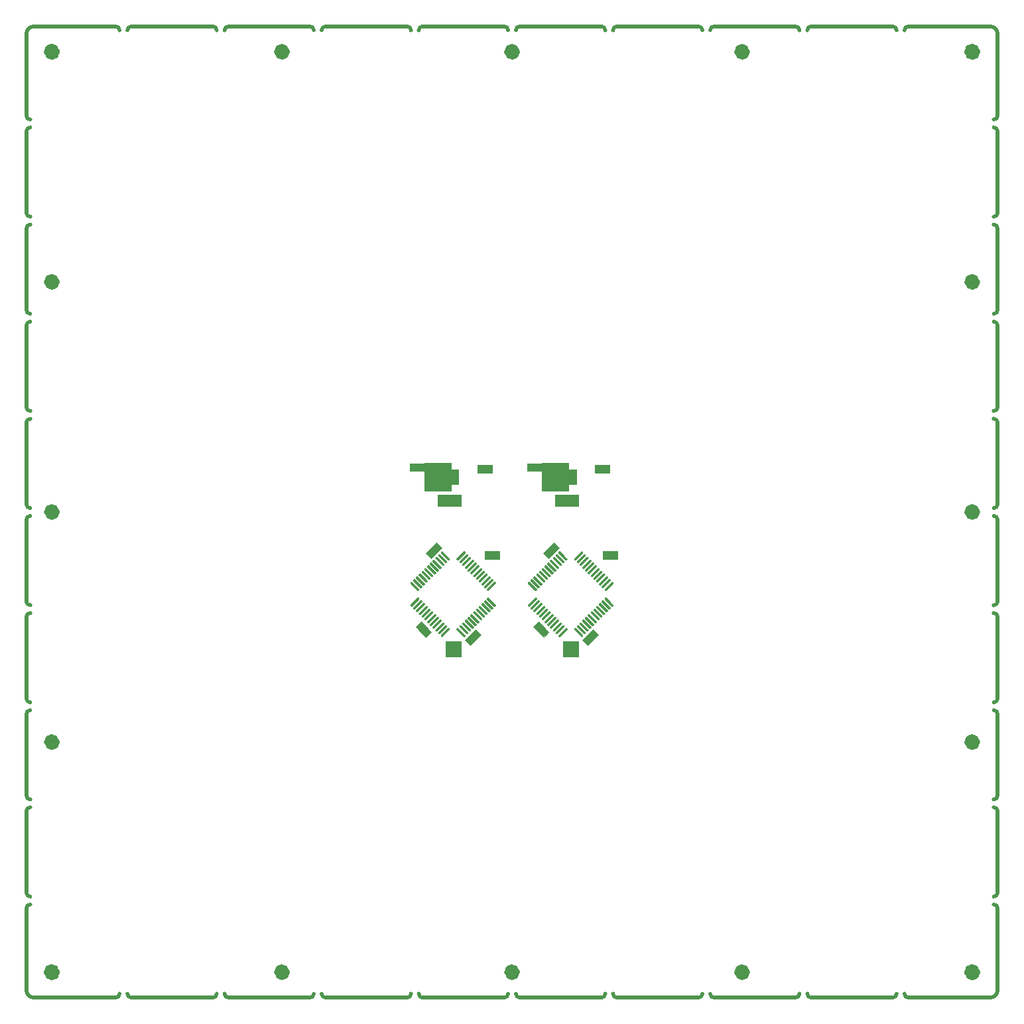
<source format=gbr>
G04 #@! TF.GenerationSoftware,KiCad,Pcbnew,5.1.7*
G04 #@! TF.CreationDate,2020-11-05T18:59:26+01:00*
G04 #@! TF.ProjectId,stencil,7374656e-6369-46c2-9e6b-696361645f70,rev?*
G04 #@! TF.SameCoordinates,Original*
G04 #@! TF.FileFunction,Paste,Bot*
G04 #@! TF.FilePolarity,Positive*
%FSLAX46Y46*%
G04 Gerber Fmt 4.6, Leading zero omitted, Abs format (unit mm)*
G04 Created by KiCad (PCBNEW 5.1.7) date 2020-11-05 18:59:26*
%MOMM*%
%LPD*%
G01*
G04 APERTURE LIST*
%ADD10C,0.100000*%
%ADD11C,1.050000*%
%ADD12C,1.000000*%
%ADD13C,0.500000*%
%ADD14R,0.900000X0.800000*%
%ADD15R,0.600000X0.400000*%
G04 APERTURE END LIST*
D10*
G36*
X57000000Y-87000000D02*
G01*
X55000000Y-87000000D01*
X55000000Y-85000000D01*
X57000000Y-85000000D01*
X57000000Y-87000000D01*
G37*
X57000000Y-87000000D02*
X55000000Y-87000000D01*
X55000000Y-85000000D01*
X57000000Y-85000000D01*
X57000000Y-87000000D01*
G36*
X61930000Y-74470000D02*
G01*
X60070000Y-74470000D01*
X60070000Y-73530000D01*
X61930000Y-73530000D01*
X61930000Y-74470000D01*
G37*
X61930000Y-74470000D02*
X60070000Y-74470000D01*
X60070000Y-73530000D01*
X61930000Y-73530000D01*
X61930000Y-74470000D01*
G36*
X52330000Y-63270000D02*
G01*
X50470000Y-63270000D01*
X50470000Y-62330000D01*
X52330000Y-62330000D01*
X52330000Y-63270000D01*
G37*
X52330000Y-63270000D02*
X50470000Y-63270000D01*
X50470000Y-62330000D01*
X52330000Y-62330000D01*
X52330000Y-63270000D01*
G36*
X55700000Y-65750000D02*
G01*
X52300000Y-65750000D01*
X52300000Y-62250000D01*
X55700000Y-62250000D01*
X55700000Y-65750000D01*
G37*
X55700000Y-65750000D02*
X52300000Y-65750000D01*
X52300000Y-62250000D01*
X55700000Y-62250000D01*
X55700000Y-65750000D01*
G36*
X60930000Y-63470000D02*
G01*
X59070000Y-63470000D01*
X59070000Y-62530000D01*
X60930000Y-62530000D01*
X60930000Y-63470000D01*
G37*
X60930000Y-63470000D02*
X59070000Y-63470000D01*
X59070000Y-62530000D01*
X60930000Y-62530000D01*
X60930000Y-63470000D01*
G36*
X56670000Y-64930000D02*
G01*
X55730000Y-64930000D01*
X55730000Y-63070000D01*
X56670000Y-63070000D01*
X56670000Y-64930000D01*
G37*
X56670000Y-64930000D02*
X55730000Y-64930000D01*
X55730000Y-63070000D01*
X56670000Y-63070000D01*
X56670000Y-64930000D01*
G36*
X59490000Y-84174700D02*
G01*
X58174700Y-85490000D01*
X57510100Y-84825300D01*
X58825300Y-83510100D01*
X59490000Y-84174700D01*
G37*
X59490000Y-84174700D02*
X58174700Y-85490000D01*
X57510100Y-84825300D01*
X58825300Y-83510100D01*
X59490000Y-84174700D01*
G36*
X54490000Y-73074700D02*
G01*
X53174700Y-74390000D01*
X52510100Y-73725300D01*
X53825300Y-72410100D01*
X54490000Y-73074700D01*
G37*
X54490000Y-73074700D02*
X53174700Y-74390000D01*
X52510100Y-73725300D01*
X53825300Y-72410100D01*
X54490000Y-73074700D01*
G36*
X53190000Y-83825300D02*
G01*
X52525300Y-84490000D01*
X51210100Y-83174700D01*
X51874700Y-82510100D01*
X53190000Y-83825300D01*
G37*
X53190000Y-83825300D02*
X52525300Y-84490000D01*
X51210100Y-83174700D01*
X51874700Y-82510100D01*
X53190000Y-83825300D01*
G36*
X56980000Y-67730000D02*
G01*
X54020000Y-67730000D01*
X54020000Y-66270000D01*
X56980000Y-66270000D01*
X56980000Y-67730000D01*
G37*
X56980000Y-67730000D02*
X54020000Y-67730000D01*
X54020000Y-66270000D01*
X56980000Y-66270000D01*
X56980000Y-67730000D01*
G36*
X72000000Y-87000000D02*
G01*
X70000000Y-87000000D01*
X70000000Y-85000000D01*
X72000000Y-85000000D01*
X72000000Y-87000000D01*
G37*
X72000000Y-87000000D02*
X70000000Y-87000000D01*
X70000000Y-85000000D01*
X72000000Y-85000000D01*
X72000000Y-87000000D01*
G36*
X76930000Y-74470000D02*
G01*
X75070000Y-74470000D01*
X75070000Y-73530000D01*
X76930000Y-73530000D01*
X76930000Y-74470000D01*
G37*
X76930000Y-74470000D02*
X75070000Y-74470000D01*
X75070000Y-73530000D01*
X76930000Y-73530000D01*
X76930000Y-74470000D01*
G36*
X67330000Y-63270000D02*
G01*
X65470000Y-63270000D01*
X65470000Y-62330000D01*
X67330000Y-62330000D01*
X67330000Y-63270000D01*
G37*
X67330000Y-63270000D02*
X65470000Y-63270000D01*
X65470000Y-62330000D01*
X67330000Y-62330000D01*
X67330000Y-63270000D01*
G36*
X70700000Y-65750000D02*
G01*
X67300000Y-65750000D01*
X67300000Y-62250000D01*
X70700000Y-62250000D01*
X70700000Y-65750000D01*
G37*
X70700000Y-65750000D02*
X67300000Y-65750000D01*
X67300000Y-62250000D01*
X70700000Y-62250000D01*
X70700000Y-65750000D01*
G36*
X75930000Y-63470000D02*
G01*
X74070000Y-63470000D01*
X74070000Y-62530000D01*
X75930000Y-62530000D01*
X75930000Y-63470000D01*
G37*
X75930000Y-63470000D02*
X74070000Y-63470000D01*
X74070000Y-62530000D01*
X75930000Y-62530000D01*
X75930000Y-63470000D01*
G36*
X71670000Y-64930000D02*
G01*
X70730000Y-64930000D01*
X70730000Y-63070000D01*
X71670000Y-63070000D01*
X71670000Y-64930000D01*
G37*
X71670000Y-64930000D02*
X70730000Y-64930000D01*
X70730000Y-63070000D01*
X71670000Y-63070000D01*
X71670000Y-64930000D01*
G36*
X74490000Y-84174700D02*
G01*
X73174700Y-85490000D01*
X72510100Y-84825300D01*
X73825300Y-83510100D01*
X74490000Y-84174700D01*
G37*
X74490000Y-84174700D02*
X73174700Y-85490000D01*
X72510100Y-84825300D01*
X73825300Y-83510100D01*
X74490000Y-84174700D01*
G36*
X69490000Y-73074700D02*
G01*
X68174700Y-74390000D01*
X67510100Y-73725300D01*
X68825300Y-72410100D01*
X69490000Y-73074700D01*
G37*
X69490000Y-73074700D02*
X68174700Y-74390000D01*
X67510100Y-73725300D01*
X68825300Y-72410100D01*
X69490000Y-73074700D01*
G36*
X68190000Y-83825300D02*
G01*
X67525300Y-84490000D01*
X66210100Y-83174700D01*
X66874700Y-82510100D01*
X68190000Y-83825300D01*
G37*
X68190000Y-83825300D02*
X67525300Y-84490000D01*
X66210100Y-83174700D01*
X66874700Y-82510100D01*
X68190000Y-83825300D01*
G36*
X71980000Y-67730000D02*
G01*
X69020000Y-67730000D01*
X69020000Y-66270000D01*
X71980000Y-66270000D01*
X71980000Y-67730000D01*
G37*
X71980000Y-67730000D02*
X69020000Y-67730000D01*
X69020000Y-66270000D01*
X71980000Y-66270000D01*
X71980000Y-67730000D01*
D11*
X5275109Y-127250031D02*
G75*
G03*
X5275109Y-127250031I-525000J0D01*
G01*
X122775109Y-127250031D02*
G75*
G03*
X122775109Y-127250031I-525000J0D01*
G01*
X122775109Y-9750031D02*
G75*
G03*
X122775109Y-9750031I-525000J0D01*
G01*
X5275109Y-9750031D02*
G75*
G03*
X5275109Y-9750031I-525000J0D01*
G01*
D12*
X122750109Y-97875031D02*
G75*
G03*
X122750109Y-97875031I-500000J0D01*
G01*
X5250109Y-97875031D02*
G75*
G03*
X5250109Y-97875031I-500000J0D01*
G01*
X122750109Y-68500031D02*
G75*
G03*
X122750109Y-68500031I-500000J0D01*
G01*
X5250109Y-68500031D02*
G75*
G03*
X5250109Y-68500031I-500000J0D01*
G01*
X122750109Y-39125031D02*
G75*
G03*
X122750109Y-39125031I-500000J0D01*
G01*
X5250109Y-39125031D02*
G75*
G03*
X5250109Y-39125031I-500000J0D01*
G01*
X93375109Y-127250031D02*
G75*
G03*
X93375109Y-127250031I-500000J0D01*
G01*
X93375109Y-9750031D02*
G75*
G03*
X93375109Y-9750031I-500000J0D01*
G01*
X64000109Y-127250031D02*
G75*
G03*
X64000109Y-127250031I-500000J0D01*
G01*
X64000109Y-9750031D02*
G75*
G03*
X64000109Y-9750031I-500000J0D01*
G01*
X34625109Y-127250031D02*
G75*
G03*
X34625109Y-127250031I-500000J0D01*
G01*
X34625109Y-9750031D02*
G75*
G03*
X34625109Y-9750031I-500000J0D01*
G01*
D13*
X125000109Y-118600031D02*
G75*
G02*
X125500109Y-119100031I0J-500000D01*
G01*
X125500109Y-119100031D02*
X125500109Y-129500031D01*
X2000109Y-118600031D02*
G75*
G03*
X1500109Y-119100031I0J-500000D01*
G01*
X1500109Y-119100031D02*
X1500109Y-129500031D01*
X125000109Y-117600031D02*
G75*
G03*
X125500109Y-117100031I0J500000D01*
G01*
X125000109Y-106200031D02*
G75*
G02*
X125500109Y-106700031I0J-500000D01*
G01*
X125500109Y-106700031D02*
X125500109Y-117100031D01*
X2000109Y-117600031D02*
G75*
G02*
X1500109Y-117100031I0J500000D01*
G01*
X2000109Y-106200031D02*
G75*
G03*
X1500109Y-106700031I0J-500000D01*
G01*
X1500109Y-106700031D02*
X1500109Y-117100031D01*
X125000109Y-105200031D02*
G75*
G03*
X125500109Y-104700031I0J500000D01*
G01*
X125000109Y-93800031D02*
G75*
G02*
X125500109Y-94300031I0J-500000D01*
G01*
X125500109Y-94300031D02*
X125500109Y-104700031D01*
X2000109Y-105200031D02*
G75*
G02*
X1500109Y-104700031I0J500000D01*
G01*
X2000109Y-93800031D02*
G75*
G03*
X1500109Y-94300031I0J-500000D01*
G01*
X1500109Y-94300031D02*
X1500109Y-104700031D01*
X125000109Y-92800031D02*
G75*
G03*
X125500109Y-92300031I0J500000D01*
G01*
X125000109Y-81400031D02*
G75*
G02*
X125500109Y-81900031I0J-500000D01*
G01*
X125500109Y-81900031D02*
X125500109Y-92300031D01*
X2000109Y-92800031D02*
G75*
G02*
X1500109Y-92300031I0J500000D01*
G01*
X2000109Y-81400031D02*
G75*
G03*
X1500109Y-81900031I0J-500000D01*
G01*
X1500109Y-81900031D02*
X1500109Y-92300031D01*
X125000109Y-80400031D02*
G75*
G03*
X125500109Y-79900031I0J500000D01*
G01*
X125000109Y-69000031D02*
G75*
G02*
X125500109Y-69500031I0J-500000D01*
G01*
X125500109Y-69500031D02*
X125500109Y-79900031D01*
X2000109Y-80400031D02*
G75*
G02*
X1500109Y-79900031I0J500000D01*
G01*
X2000109Y-69000031D02*
G75*
G03*
X1500109Y-69500031I0J-500000D01*
G01*
X1500109Y-69500031D02*
X1500109Y-79900031D01*
X125000109Y-68000031D02*
G75*
G03*
X125500109Y-67500031I0J500000D01*
G01*
X125000109Y-56600031D02*
G75*
G02*
X125500109Y-57100031I0J-500000D01*
G01*
X125500109Y-57100031D02*
X125500109Y-67500031D01*
X2000109Y-68000031D02*
G75*
G02*
X1500109Y-67500031I0J500000D01*
G01*
X2000109Y-56600031D02*
G75*
G03*
X1500109Y-57100031I0J-500000D01*
G01*
X1500109Y-57100031D02*
X1500109Y-67500031D01*
X125000109Y-55600031D02*
G75*
G03*
X125500109Y-55100031I0J500000D01*
G01*
X125000109Y-44200031D02*
G75*
G02*
X125500109Y-44700031I0J-500000D01*
G01*
X125500109Y-44700031D02*
X125500109Y-55100031D01*
X2000109Y-55600031D02*
G75*
G02*
X1500109Y-55100031I0J500000D01*
G01*
X2000109Y-44200031D02*
G75*
G03*
X1500109Y-44700031I0J-500000D01*
G01*
X1500109Y-44700031D02*
X1500109Y-55100031D01*
X125000109Y-43200031D02*
G75*
G03*
X125500109Y-42700031I0J500000D01*
G01*
X125000109Y-31800031D02*
G75*
G02*
X125500109Y-32300031I0J-500000D01*
G01*
X125500109Y-32300031D02*
X125500109Y-42700031D01*
X2000109Y-43200031D02*
G75*
G02*
X1500109Y-42700031I0J500000D01*
G01*
X2000109Y-31800031D02*
G75*
G03*
X1500109Y-32300031I0J-500000D01*
G01*
X1500109Y-32300031D02*
X1500109Y-42700031D01*
X125000109Y-30800031D02*
G75*
G03*
X125500109Y-30300031I0J500000D01*
G01*
X125000109Y-19400031D02*
G75*
G02*
X125500109Y-19900031I0J-500000D01*
G01*
X125500109Y-19900031D02*
X125500109Y-30300031D01*
X2000109Y-30800031D02*
G75*
G02*
X1500109Y-30300031I0J500000D01*
G01*
X2000109Y-19400031D02*
G75*
G03*
X1500109Y-19900031I0J-500000D01*
G01*
X1500109Y-19900031D02*
X1500109Y-30300031D01*
X125000109Y-18400031D02*
G75*
G03*
X125500109Y-17900031I0J500000D01*
G01*
X125500109Y-7500031D02*
X125500109Y-17900031D01*
X2000109Y-18400031D02*
G75*
G02*
X1500109Y-17900031I0J500000D01*
G01*
X1500109Y-7500031D02*
X1500109Y-17900031D01*
X113600109Y-130000031D02*
G75*
G03*
X114100109Y-130500031I500000J0D01*
G01*
X114100109Y-130500031D02*
X124500109Y-130500031D01*
X113600109Y-7000031D02*
G75*
G02*
X114100109Y-6500031I500000J0D01*
G01*
X114100109Y-6500031D02*
X124500109Y-6500031D01*
X112600109Y-130000031D02*
G75*
G02*
X112100109Y-130500031I-500000J0D01*
G01*
X101200109Y-130000031D02*
G75*
G03*
X101700109Y-130500031I500000J0D01*
G01*
X101700109Y-130500031D02*
X112100109Y-130500031D01*
X112600109Y-7000031D02*
G75*
G03*
X112100109Y-6500031I-500000J0D01*
G01*
X101200109Y-7000031D02*
G75*
G02*
X101700109Y-6500031I500000J0D01*
G01*
X101700109Y-6500031D02*
X112100109Y-6500031D01*
X100200109Y-130000031D02*
G75*
G02*
X99700109Y-130500031I-500000J0D01*
G01*
X88800109Y-130000031D02*
G75*
G03*
X89300109Y-130500031I500000J0D01*
G01*
X89300109Y-130500031D02*
X99700109Y-130500031D01*
X100200109Y-7000031D02*
G75*
G03*
X99700109Y-6500031I-500000J0D01*
G01*
X88800109Y-7000031D02*
G75*
G02*
X89300109Y-6500031I500000J0D01*
G01*
X89300109Y-6500031D02*
X99700109Y-6500031D01*
X87800109Y-130000031D02*
G75*
G02*
X87300109Y-130500031I-500000J0D01*
G01*
X76400109Y-130000031D02*
G75*
G03*
X76900109Y-130500031I500000J0D01*
G01*
X76900109Y-130500031D02*
X87300109Y-130500031D01*
X87800109Y-7000031D02*
G75*
G03*
X87300109Y-6500031I-500000J0D01*
G01*
X76400109Y-7000031D02*
G75*
G02*
X76900109Y-6500031I500000J0D01*
G01*
X76900109Y-6500031D02*
X87300109Y-6500031D01*
X75400109Y-130000031D02*
G75*
G02*
X74900109Y-130500031I-500000J0D01*
G01*
X64000109Y-130000031D02*
G75*
G03*
X64500109Y-130500031I500000J0D01*
G01*
X64500109Y-130500031D02*
X74900109Y-130500031D01*
X75400109Y-7000031D02*
G75*
G03*
X74900109Y-6500031I-500000J0D01*
G01*
X64000109Y-7000031D02*
G75*
G02*
X64500109Y-6500031I500000J0D01*
G01*
X64500109Y-6500031D02*
X74900109Y-6500031D01*
X63000109Y-130000031D02*
G75*
G02*
X62500109Y-130500031I-500000J0D01*
G01*
X51600109Y-130000031D02*
G75*
G03*
X52100109Y-130500031I500000J0D01*
G01*
X52100109Y-130500031D02*
X62500109Y-130500031D01*
X63000109Y-7000031D02*
G75*
G03*
X62500109Y-6500031I-500000J0D01*
G01*
X51600109Y-7000031D02*
G75*
G02*
X52100109Y-6500031I500000J0D01*
G01*
X52100109Y-6500031D02*
X62500109Y-6500031D01*
X50600109Y-130000031D02*
G75*
G02*
X50100109Y-130500031I-500000J0D01*
G01*
X39200109Y-130000031D02*
G75*
G03*
X39700109Y-130500031I500000J0D01*
G01*
X39700109Y-130500031D02*
X50100109Y-130500031D01*
X50600109Y-7000031D02*
G75*
G03*
X50100109Y-6500031I-500000J0D01*
G01*
X39200109Y-7000031D02*
G75*
G02*
X39700109Y-6500031I500000J0D01*
G01*
X39700109Y-6500031D02*
X50100109Y-6500031D01*
X38200109Y-130000031D02*
G75*
G02*
X37700109Y-130500031I-500000J0D01*
G01*
X26800109Y-130000031D02*
G75*
G03*
X27300109Y-130500031I500000J0D01*
G01*
X27300109Y-130500031D02*
X37700109Y-130500031D01*
X38200109Y-7000031D02*
G75*
G03*
X37700109Y-6500031I-500000J0D01*
G01*
X26800109Y-7000031D02*
G75*
G02*
X27300109Y-6500031I500000J0D01*
G01*
X27300109Y-6500031D02*
X37700109Y-6500031D01*
X25800109Y-130000031D02*
G75*
G02*
X25300109Y-130500031I-500000J0D01*
G01*
X14400109Y-130000031D02*
G75*
G03*
X14900109Y-130500031I500000J0D01*
G01*
X14900109Y-130500031D02*
X25300109Y-130500031D01*
X25800109Y-7000031D02*
G75*
G03*
X25300109Y-6500031I-500000J0D01*
G01*
X14400109Y-7000031D02*
G75*
G02*
X14900109Y-6500031I500000J0D01*
G01*
X14900109Y-6500031D02*
X25300109Y-6500031D01*
X13400109Y-130000031D02*
G75*
G02*
X12900109Y-130500031I-500000J0D01*
G01*
X2500109Y-130500031D02*
X12900109Y-130500031D01*
X13400109Y-7000031D02*
G75*
G03*
X12900109Y-6500031I-500000J0D01*
G01*
X2500109Y-6500031D02*
X12900109Y-6500031D01*
X2500109Y-130500031D02*
G75*
G02*
X1500109Y-129500031I0J1000000D01*
G01*
X125500109Y-129500031D02*
G75*
G02*
X124500109Y-130500031I-1000000J0D01*
G01*
X124500109Y-6500031D02*
G75*
G02*
X125500109Y-7500031I0J-1000000D01*
G01*
X1500109Y-7500031D02*
G75*
G02*
X2500109Y-6500031I1000000J0D01*
G01*
G04 #@! TO.C,C1*
G36*
G01*
X69275018Y-67256251D02*
X69275018Y-66743751D01*
G75*
G02*
X69493768Y-66525001I218750J0D01*
G01*
X69931268Y-66525001D01*
G75*
G02*
X70150018Y-66743751I0J-218750D01*
G01*
X70150018Y-67256251D01*
G75*
G02*
X69931268Y-67475001I-218750J0D01*
G01*
X69493768Y-67475001D01*
G75*
G02*
X69275018Y-67256251I0J218750D01*
G01*
G37*
G36*
G01*
X70850018Y-67256251D02*
X70850018Y-66743751D01*
G75*
G02*
X71068768Y-66525001I218750J0D01*
G01*
X71506268Y-66525001D01*
G75*
G02*
X71725018Y-66743751I0J-218750D01*
G01*
X71725018Y-67256251D01*
G75*
G02*
X71506268Y-67475001I-218750J0D01*
G01*
X71068768Y-67475001D01*
G75*
G02*
X70850018Y-67256251I0J218750D01*
G01*
G37*
G04 #@! TD*
G04 #@! TO.C,C2*
G36*
G01*
X66526499Y-83070434D02*
X66770451Y-82826482D01*
G75*
G02*
X66979047Y-82826482I104298J-104298D01*
G01*
X67187643Y-83035078D01*
G75*
G02*
X67187643Y-83243674I-104298J-104298D01*
G01*
X66943691Y-83487626D01*
G75*
G02*
X66735095Y-83487626I-104298J104298D01*
G01*
X66526499Y-83279030D01*
G75*
G02*
X66526499Y-83070434I104298J104298D01*
G01*
G37*
G36*
G01*
X67212393Y-83756328D02*
X67456345Y-83512376D01*
G75*
G02*
X67664941Y-83512376I104298J-104298D01*
G01*
X67873537Y-83720972D01*
G75*
G02*
X67873537Y-83929568I-104298J-104298D01*
G01*
X67629585Y-84173520D01*
G75*
G02*
X67420989Y-84173520I-104298J104298D01*
G01*
X67212393Y-83964924D01*
G75*
G02*
X67212393Y-83756328I104298J104298D01*
G01*
G37*
G04 #@! TD*
G04 #@! TO.C,C3*
G36*
G01*
X68243691Y-73412376D02*
X68487643Y-73656328D01*
G75*
G02*
X68487643Y-73864924I-104298J-104298D01*
G01*
X68279047Y-74073520D01*
G75*
G02*
X68070451Y-74073520I-104298J104298D01*
G01*
X67826499Y-73829568D01*
G75*
G02*
X67826499Y-73620972I104298J104298D01*
G01*
X68035095Y-73412376D01*
G75*
G02*
X68243691Y-73412376I104298J-104298D01*
G01*
G37*
G36*
G01*
X68929585Y-72726482D02*
X69173537Y-72970434D01*
G75*
G02*
X69173537Y-73179030I-104298J-104298D01*
G01*
X68964941Y-73387626D01*
G75*
G02*
X68756345Y-73387626I-104298J104298D01*
G01*
X68512393Y-73143674D01*
G75*
G02*
X68512393Y-72935078I104298J104298D01*
G01*
X68720989Y-72726482D01*
G75*
G02*
X68929585Y-72726482I104298J-104298D01*
G01*
G37*
G04 #@! TD*
G04 #@! TO.C,C5*
G36*
G01*
X73756345Y-84487626D02*
X73512393Y-84243674D01*
G75*
G02*
X73512393Y-84035078I104298J104298D01*
G01*
X73720989Y-83826482D01*
G75*
G02*
X73929585Y-83826482I104298J-104298D01*
G01*
X74173537Y-84070434D01*
G75*
G02*
X74173537Y-84279030I-104298J-104298D01*
G01*
X73964941Y-84487626D01*
G75*
G02*
X73756345Y-84487626I-104298J104298D01*
G01*
G37*
G36*
G01*
X73070451Y-85173520D02*
X72826499Y-84929568D01*
G75*
G02*
X72826499Y-84720972I104298J104298D01*
G01*
X73035095Y-84512376D01*
G75*
G02*
X73243691Y-84512376I104298J-104298D01*
G01*
X73487643Y-84756328D01*
G75*
G02*
X73487643Y-84964924I-104298J-104298D01*
G01*
X73279047Y-85173520D01*
G75*
G02*
X73070451Y-85173520I-104298J104298D01*
G01*
G37*
G04 #@! TD*
G04 #@! TO.C,C7*
G36*
G01*
X71372518Y-63810001D02*
X71027518Y-63810001D01*
G75*
G02*
X70880018Y-63662501I0J147500D01*
G01*
X70880018Y-63367501D01*
G75*
G02*
X71027518Y-63220001I147500J0D01*
G01*
X71372518Y-63220001D01*
G75*
G02*
X71520018Y-63367501I0J-147500D01*
G01*
X71520018Y-63662501D01*
G75*
G02*
X71372518Y-63810001I-147500J0D01*
G01*
G37*
G36*
G01*
X71372518Y-64780001D02*
X71027518Y-64780001D01*
G75*
G02*
X70880018Y-64632501I0J147500D01*
G01*
X70880018Y-64337501D01*
G75*
G02*
X71027518Y-64190001I147500J0D01*
G01*
X71372518Y-64190001D01*
G75*
G02*
X71520018Y-64337501I0J-147500D01*
G01*
X71520018Y-64632501D01*
G75*
G02*
X71372518Y-64780001I-147500J0D01*
G01*
G37*
G04 #@! TD*
G04 #@! TO.C,R1*
G36*
G01*
X74220018Y-63172501D02*
X74220018Y-62827501D01*
G75*
G02*
X74367518Y-62680001I147500J0D01*
G01*
X74662518Y-62680001D01*
G75*
G02*
X74810018Y-62827501I0J-147500D01*
G01*
X74810018Y-63172501D01*
G75*
G02*
X74662518Y-63320001I-147500J0D01*
G01*
X74367518Y-63320001D01*
G75*
G02*
X74220018Y-63172501I0J147500D01*
G01*
G37*
G36*
G01*
X75190018Y-63172501D02*
X75190018Y-62827501D01*
G75*
G02*
X75337518Y-62680001I147500J0D01*
G01*
X75632518Y-62680001D01*
G75*
G02*
X75780018Y-62827501I0J-147500D01*
G01*
X75780018Y-63172501D01*
G75*
G02*
X75632518Y-63320001I-147500J0D01*
G01*
X75337518Y-63320001D01*
G75*
G02*
X75190018Y-63172501I0J147500D01*
G01*
G37*
G04 #@! TD*
D14*
G04 #@! TO.C,U1*
X68000018Y-64000001D03*
X70000018Y-64950001D03*
X70000018Y-63050001D03*
G04 #@! TD*
G04 #@! TO.C,U2*
G36*
G01*
X69532772Y-84462401D02*
X69426706Y-84356335D01*
G75*
G02*
X69426706Y-84250269I53033J53033D01*
G01*
X70363622Y-83313353D01*
G75*
G02*
X70469688Y-83313353I53033J-53033D01*
G01*
X70575754Y-83419419D01*
G75*
G02*
X70575754Y-83525485I-53033J-53033D01*
G01*
X69638838Y-84462401D01*
G75*
G02*
X69532772Y-84462401I-53033J53033D01*
G01*
G37*
G36*
G01*
X69179218Y-84108847D02*
X69073152Y-84002781D01*
G75*
G02*
X69073152Y-83896715I53033J53033D01*
G01*
X70010068Y-82959799D01*
G75*
G02*
X70116134Y-82959799I53033J-53033D01*
G01*
X70222200Y-83065865D01*
G75*
G02*
X70222200Y-83171931I-53033J-53033D01*
G01*
X69285284Y-84108847D01*
G75*
G02*
X69179218Y-84108847I-53033J53033D01*
G01*
G37*
G36*
G01*
X68825665Y-83755294D02*
X68719599Y-83649228D01*
G75*
G02*
X68719599Y-83543162I53033J53033D01*
G01*
X69656515Y-82606246D01*
G75*
G02*
X69762581Y-82606246I53033J-53033D01*
G01*
X69868647Y-82712312D01*
G75*
G02*
X69868647Y-82818378I-53033J-53033D01*
G01*
X68931731Y-83755294D01*
G75*
G02*
X68825665Y-83755294I-53033J53033D01*
G01*
G37*
G36*
G01*
X68472111Y-83401740D02*
X68366045Y-83295674D01*
G75*
G02*
X68366045Y-83189608I53033J53033D01*
G01*
X69302961Y-82252692D01*
G75*
G02*
X69409027Y-82252692I53033J-53033D01*
G01*
X69515093Y-82358758D01*
G75*
G02*
X69515093Y-82464824I-53033J-53033D01*
G01*
X68578177Y-83401740D01*
G75*
G02*
X68472111Y-83401740I-53033J53033D01*
G01*
G37*
G36*
G01*
X68118558Y-83048187D02*
X68012492Y-82942121D01*
G75*
G02*
X68012492Y-82836055I53033J53033D01*
G01*
X68949408Y-81899139D01*
G75*
G02*
X69055474Y-81899139I53033J-53033D01*
G01*
X69161540Y-82005205D01*
G75*
G02*
X69161540Y-82111271I-53033J-53033D01*
G01*
X68224624Y-83048187D01*
G75*
G02*
X68118558Y-83048187I-53033J53033D01*
G01*
G37*
G36*
G01*
X67765005Y-82694634D02*
X67658939Y-82588568D01*
G75*
G02*
X67658939Y-82482502I53033J53033D01*
G01*
X68595855Y-81545586D01*
G75*
G02*
X68701921Y-81545586I53033J-53033D01*
G01*
X68807987Y-81651652D01*
G75*
G02*
X68807987Y-81757718I-53033J-53033D01*
G01*
X67871071Y-82694634D01*
G75*
G02*
X67765005Y-82694634I-53033J53033D01*
G01*
G37*
G36*
G01*
X67411451Y-82341080D02*
X67305385Y-82235014D01*
G75*
G02*
X67305385Y-82128948I53033J53033D01*
G01*
X68242301Y-81192032D01*
G75*
G02*
X68348367Y-81192032I53033J-53033D01*
G01*
X68454433Y-81298098D01*
G75*
G02*
X68454433Y-81404164I-53033J-53033D01*
G01*
X67517517Y-82341080D01*
G75*
G02*
X67411451Y-82341080I-53033J53033D01*
G01*
G37*
G36*
G01*
X67057898Y-81987527D02*
X66951832Y-81881461D01*
G75*
G02*
X66951832Y-81775395I53033J53033D01*
G01*
X67888748Y-80838479D01*
G75*
G02*
X67994814Y-80838479I53033J-53033D01*
G01*
X68100880Y-80944545D01*
G75*
G02*
X68100880Y-81050611I-53033J-53033D01*
G01*
X67163964Y-81987527D01*
G75*
G02*
X67057898Y-81987527I-53033J53033D01*
G01*
G37*
G36*
G01*
X66704345Y-81633974D02*
X66598279Y-81527908D01*
G75*
G02*
X66598279Y-81421842I53033J53033D01*
G01*
X67535195Y-80484926D01*
G75*
G02*
X67641261Y-80484926I53033J-53033D01*
G01*
X67747327Y-80590992D01*
G75*
G02*
X67747327Y-80697058I-53033J-53033D01*
G01*
X66810411Y-81633974D01*
G75*
G02*
X66704345Y-81633974I-53033J53033D01*
G01*
G37*
G36*
G01*
X66350791Y-81280420D02*
X66244725Y-81174354D01*
G75*
G02*
X66244725Y-81068288I53033J53033D01*
G01*
X67181641Y-80131372D01*
G75*
G02*
X67287707Y-80131372I53033J-53033D01*
G01*
X67393773Y-80237438D01*
G75*
G02*
X67393773Y-80343504I-53033J-53033D01*
G01*
X66456857Y-81280420D01*
G75*
G02*
X66350791Y-81280420I-53033J53033D01*
G01*
G37*
G36*
G01*
X65997238Y-80926867D02*
X65891172Y-80820801D01*
G75*
G02*
X65891172Y-80714735I53033J53033D01*
G01*
X66828088Y-79777819D01*
G75*
G02*
X66934154Y-79777819I53033J-53033D01*
G01*
X67040220Y-79883885D01*
G75*
G02*
X67040220Y-79989951I-53033J-53033D01*
G01*
X66103304Y-80926867D01*
G75*
G02*
X65997238Y-80926867I-53033J53033D01*
G01*
G37*
G36*
G01*
X65643684Y-80573313D02*
X65537618Y-80467247D01*
G75*
G02*
X65537618Y-80361181I53033J53033D01*
G01*
X66474534Y-79424265D01*
G75*
G02*
X66580600Y-79424265I53033J-53033D01*
G01*
X66686666Y-79530331D01*
G75*
G02*
X66686666Y-79636397I-53033J-53033D01*
G01*
X65749750Y-80573313D01*
G75*
G02*
X65643684Y-80573313I-53033J53033D01*
G01*
G37*
G36*
G01*
X66474534Y-78575737D02*
X65537618Y-77638821D01*
G75*
G02*
X65537618Y-77532755I53033J53033D01*
G01*
X65643684Y-77426689D01*
G75*
G02*
X65749750Y-77426689I53033J-53033D01*
G01*
X66686666Y-78363605D01*
G75*
G02*
X66686666Y-78469671I-53033J-53033D01*
G01*
X66580600Y-78575737D01*
G75*
G02*
X66474534Y-78575737I-53033J53033D01*
G01*
G37*
G36*
G01*
X66828088Y-78222183D02*
X65891172Y-77285267D01*
G75*
G02*
X65891172Y-77179201I53033J53033D01*
G01*
X65997238Y-77073135D01*
G75*
G02*
X66103304Y-77073135I53033J-53033D01*
G01*
X67040220Y-78010051D01*
G75*
G02*
X67040220Y-78116117I-53033J-53033D01*
G01*
X66934154Y-78222183D01*
G75*
G02*
X66828088Y-78222183I-53033J53033D01*
G01*
G37*
G36*
G01*
X67181641Y-77868630D02*
X66244725Y-76931714D01*
G75*
G02*
X66244725Y-76825648I53033J53033D01*
G01*
X66350791Y-76719582D01*
G75*
G02*
X66456857Y-76719582I53033J-53033D01*
G01*
X67393773Y-77656498D01*
G75*
G02*
X67393773Y-77762564I-53033J-53033D01*
G01*
X67287707Y-77868630D01*
G75*
G02*
X67181641Y-77868630I-53033J53033D01*
G01*
G37*
G36*
G01*
X67535195Y-77515076D02*
X66598279Y-76578160D01*
G75*
G02*
X66598279Y-76472094I53033J53033D01*
G01*
X66704345Y-76366028D01*
G75*
G02*
X66810411Y-76366028I53033J-53033D01*
G01*
X67747327Y-77302944D01*
G75*
G02*
X67747327Y-77409010I-53033J-53033D01*
G01*
X67641261Y-77515076D01*
G75*
G02*
X67535195Y-77515076I-53033J53033D01*
G01*
G37*
G36*
G01*
X67888748Y-77161523D02*
X66951832Y-76224607D01*
G75*
G02*
X66951832Y-76118541I53033J53033D01*
G01*
X67057898Y-76012475D01*
G75*
G02*
X67163964Y-76012475I53033J-53033D01*
G01*
X68100880Y-76949391D01*
G75*
G02*
X68100880Y-77055457I-53033J-53033D01*
G01*
X67994814Y-77161523D01*
G75*
G02*
X67888748Y-77161523I-53033J53033D01*
G01*
G37*
G36*
G01*
X68242301Y-76807970D02*
X67305385Y-75871054D01*
G75*
G02*
X67305385Y-75764988I53033J53033D01*
G01*
X67411451Y-75658922D01*
G75*
G02*
X67517517Y-75658922I53033J-53033D01*
G01*
X68454433Y-76595838D01*
G75*
G02*
X68454433Y-76701904I-53033J-53033D01*
G01*
X68348367Y-76807970D01*
G75*
G02*
X68242301Y-76807970I-53033J53033D01*
G01*
G37*
G36*
G01*
X68595855Y-76454416D02*
X67658939Y-75517500D01*
G75*
G02*
X67658939Y-75411434I53033J53033D01*
G01*
X67765005Y-75305368D01*
G75*
G02*
X67871071Y-75305368I53033J-53033D01*
G01*
X68807987Y-76242284D01*
G75*
G02*
X68807987Y-76348350I-53033J-53033D01*
G01*
X68701921Y-76454416D01*
G75*
G02*
X68595855Y-76454416I-53033J53033D01*
G01*
G37*
G36*
G01*
X68949408Y-76100863D02*
X68012492Y-75163947D01*
G75*
G02*
X68012492Y-75057881I53033J53033D01*
G01*
X68118558Y-74951815D01*
G75*
G02*
X68224624Y-74951815I53033J-53033D01*
G01*
X69161540Y-75888731D01*
G75*
G02*
X69161540Y-75994797I-53033J-53033D01*
G01*
X69055474Y-76100863D01*
G75*
G02*
X68949408Y-76100863I-53033J53033D01*
G01*
G37*
G36*
G01*
X69302961Y-75747310D02*
X68366045Y-74810394D01*
G75*
G02*
X68366045Y-74704328I53033J53033D01*
G01*
X68472111Y-74598262D01*
G75*
G02*
X68578177Y-74598262I53033J-53033D01*
G01*
X69515093Y-75535178D01*
G75*
G02*
X69515093Y-75641244I-53033J-53033D01*
G01*
X69409027Y-75747310D01*
G75*
G02*
X69302961Y-75747310I-53033J53033D01*
G01*
G37*
G36*
G01*
X69656515Y-75393756D02*
X68719599Y-74456840D01*
G75*
G02*
X68719599Y-74350774I53033J53033D01*
G01*
X68825665Y-74244708D01*
G75*
G02*
X68931731Y-74244708I53033J-53033D01*
G01*
X69868647Y-75181624D01*
G75*
G02*
X69868647Y-75287690I-53033J-53033D01*
G01*
X69762581Y-75393756D01*
G75*
G02*
X69656515Y-75393756I-53033J53033D01*
G01*
G37*
G36*
G01*
X70010068Y-75040203D02*
X69073152Y-74103287D01*
G75*
G02*
X69073152Y-73997221I53033J53033D01*
G01*
X69179218Y-73891155D01*
G75*
G02*
X69285284Y-73891155I53033J-53033D01*
G01*
X70222200Y-74828071D01*
G75*
G02*
X70222200Y-74934137I-53033J-53033D01*
G01*
X70116134Y-75040203D01*
G75*
G02*
X70010068Y-75040203I-53033J53033D01*
G01*
G37*
G36*
G01*
X70363622Y-74686649D02*
X69426706Y-73749733D01*
G75*
G02*
X69426706Y-73643667I53033J53033D01*
G01*
X69532772Y-73537601D01*
G75*
G02*
X69638838Y-73537601I53033J-53033D01*
G01*
X70575754Y-74474517D01*
G75*
G02*
X70575754Y-74580583I-53033J-53033D01*
G01*
X70469688Y-74686649D01*
G75*
G02*
X70363622Y-74686649I-53033J53033D01*
G01*
G37*
G36*
G01*
X71530348Y-74686649D02*
X71424282Y-74580583D01*
G75*
G02*
X71424282Y-74474517I53033J53033D01*
G01*
X72361198Y-73537601D01*
G75*
G02*
X72467264Y-73537601I53033J-53033D01*
G01*
X72573330Y-73643667D01*
G75*
G02*
X72573330Y-73749733I-53033J-53033D01*
G01*
X71636414Y-74686649D01*
G75*
G02*
X71530348Y-74686649I-53033J53033D01*
G01*
G37*
G36*
G01*
X71883902Y-75040203D02*
X71777836Y-74934137D01*
G75*
G02*
X71777836Y-74828071I53033J53033D01*
G01*
X72714752Y-73891155D01*
G75*
G02*
X72820818Y-73891155I53033J-53033D01*
G01*
X72926884Y-73997221D01*
G75*
G02*
X72926884Y-74103287I-53033J-53033D01*
G01*
X71989968Y-75040203D01*
G75*
G02*
X71883902Y-75040203I-53033J53033D01*
G01*
G37*
G36*
G01*
X72237455Y-75393756D02*
X72131389Y-75287690D01*
G75*
G02*
X72131389Y-75181624I53033J53033D01*
G01*
X73068305Y-74244708D01*
G75*
G02*
X73174371Y-74244708I53033J-53033D01*
G01*
X73280437Y-74350774D01*
G75*
G02*
X73280437Y-74456840I-53033J-53033D01*
G01*
X72343521Y-75393756D01*
G75*
G02*
X72237455Y-75393756I-53033J53033D01*
G01*
G37*
G36*
G01*
X72591009Y-75747310D02*
X72484943Y-75641244D01*
G75*
G02*
X72484943Y-75535178I53033J53033D01*
G01*
X73421859Y-74598262D01*
G75*
G02*
X73527925Y-74598262I53033J-53033D01*
G01*
X73633991Y-74704328D01*
G75*
G02*
X73633991Y-74810394I-53033J-53033D01*
G01*
X72697075Y-75747310D01*
G75*
G02*
X72591009Y-75747310I-53033J53033D01*
G01*
G37*
G36*
G01*
X72944562Y-76100863D02*
X72838496Y-75994797D01*
G75*
G02*
X72838496Y-75888731I53033J53033D01*
G01*
X73775412Y-74951815D01*
G75*
G02*
X73881478Y-74951815I53033J-53033D01*
G01*
X73987544Y-75057881D01*
G75*
G02*
X73987544Y-75163947I-53033J-53033D01*
G01*
X73050628Y-76100863D01*
G75*
G02*
X72944562Y-76100863I-53033J53033D01*
G01*
G37*
G36*
G01*
X73298115Y-76454416D02*
X73192049Y-76348350D01*
G75*
G02*
X73192049Y-76242284I53033J53033D01*
G01*
X74128965Y-75305368D01*
G75*
G02*
X74235031Y-75305368I53033J-53033D01*
G01*
X74341097Y-75411434D01*
G75*
G02*
X74341097Y-75517500I-53033J-53033D01*
G01*
X73404181Y-76454416D01*
G75*
G02*
X73298115Y-76454416I-53033J53033D01*
G01*
G37*
G36*
G01*
X73651669Y-76807970D02*
X73545603Y-76701904D01*
G75*
G02*
X73545603Y-76595838I53033J53033D01*
G01*
X74482519Y-75658922D01*
G75*
G02*
X74588585Y-75658922I53033J-53033D01*
G01*
X74694651Y-75764988D01*
G75*
G02*
X74694651Y-75871054I-53033J-53033D01*
G01*
X73757735Y-76807970D01*
G75*
G02*
X73651669Y-76807970I-53033J53033D01*
G01*
G37*
G36*
G01*
X74005222Y-77161523D02*
X73899156Y-77055457D01*
G75*
G02*
X73899156Y-76949391I53033J53033D01*
G01*
X74836072Y-76012475D01*
G75*
G02*
X74942138Y-76012475I53033J-53033D01*
G01*
X75048204Y-76118541D01*
G75*
G02*
X75048204Y-76224607I-53033J-53033D01*
G01*
X74111288Y-77161523D01*
G75*
G02*
X74005222Y-77161523I-53033J53033D01*
G01*
G37*
G36*
G01*
X74358775Y-77515076D02*
X74252709Y-77409010D01*
G75*
G02*
X74252709Y-77302944I53033J53033D01*
G01*
X75189625Y-76366028D01*
G75*
G02*
X75295691Y-76366028I53033J-53033D01*
G01*
X75401757Y-76472094D01*
G75*
G02*
X75401757Y-76578160I-53033J-53033D01*
G01*
X74464841Y-77515076D01*
G75*
G02*
X74358775Y-77515076I-53033J53033D01*
G01*
G37*
G36*
G01*
X74712329Y-77868630D02*
X74606263Y-77762564D01*
G75*
G02*
X74606263Y-77656498I53033J53033D01*
G01*
X75543179Y-76719582D01*
G75*
G02*
X75649245Y-76719582I53033J-53033D01*
G01*
X75755311Y-76825648D01*
G75*
G02*
X75755311Y-76931714I-53033J-53033D01*
G01*
X74818395Y-77868630D01*
G75*
G02*
X74712329Y-77868630I-53033J53033D01*
G01*
G37*
G36*
G01*
X75065882Y-78222183D02*
X74959816Y-78116117D01*
G75*
G02*
X74959816Y-78010051I53033J53033D01*
G01*
X75896732Y-77073135D01*
G75*
G02*
X76002798Y-77073135I53033J-53033D01*
G01*
X76108864Y-77179201D01*
G75*
G02*
X76108864Y-77285267I-53033J-53033D01*
G01*
X75171948Y-78222183D01*
G75*
G02*
X75065882Y-78222183I-53033J53033D01*
G01*
G37*
G36*
G01*
X75419436Y-78575737D02*
X75313370Y-78469671D01*
G75*
G02*
X75313370Y-78363605I53033J53033D01*
G01*
X76250286Y-77426689D01*
G75*
G02*
X76356352Y-77426689I53033J-53033D01*
G01*
X76462418Y-77532755D01*
G75*
G02*
X76462418Y-77638821I-53033J-53033D01*
G01*
X75525502Y-78575737D01*
G75*
G02*
X75419436Y-78575737I-53033J53033D01*
G01*
G37*
G36*
G01*
X76250286Y-80573313D02*
X75313370Y-79636397D01*
G75*
G02*
X75313370Y-79530331I53033J53033D01*
G01*
X75419436Y-79424265D01*
G75*
G02*
X75525502Y-79424265I53033J-53033D01*
G01*
X76462418Y-80361181D01*
G75*
G02*
X76462418Y-80467247I-53033J-53033D01*
G01*
X76356352Y-80573313D01*
G75*
G02*
X76250286Y-80573313I-53033J53033D01*
G01*
G37*
G36*
G01*
X75896732Y-80926867D02*
X74959816Y-79989951D01*
G75*
G02*
X74959816Y-79883885I53033J53033D01*
G01*
X75065882Y-79777819D01*
G75*
G02*
X75171948Y-79777819I53033J-53033D01*
G01*
X76108864Y-80714735D01*
G75*
G02*
X76108864Y-80820801I-53033J-53033D01*
G01*
X76002798Y-80926867D01*
G75*
G02*
X75896732Y-80926867I-53033J53033D01*
G01*
G37*
G36*
G01*
X75543179Y-81280420D02*
X74606263Y-80343504D01*
G75*
G02*
X74606263Y-80237438I53033J53033D01*
G01*
X74712329Y-80131372D01*
G75*
G02*
X74818395Y-80131372I53033J-53033D01*
G01*
X75755311Y-81068288D01*
G75*
G02*
X75755311Y-81174354I-53033J-53033D01*
G01*
X75649245Y-81280420D01*
G75*
G02*
X75543179Y-81280420I-53033J53033D01*
G01*
G37*
G36*
G01*
X75189625Y-81633974D02*
X74252709Y-80697058D01*
G75*
G02*
X74252709Y-80590992I53033J53033D01*
G01*
X74358775Y-80484926D01*
G75*
G02*
X74464841Y-80484926I53033J-53033D01*
G01*
X75401757Y-81421842D01*
G75*
G02*
X75401757Y-81527908I-53033J-53033D01*
G01*
X75295691Y-81633974D01*
G75*
G02*
X75189625Y-81633974I-53033J53033D01*
G01*
G37*
G36*
G01*
X74836072Y-81987527D02*
X73899156Y-81050611D01*
G75*
G02*
X73899156Y-80944545I53033J53033D01*
G01*
X74005222Y-80838479D01*
G75*
G02*
X74111288Y-80838479I53033J-53033D01*
G01*
X75048204Y-81775395D01*
G75*
G02*
X75048204Y-81881461I-53033J-53033D01*
G01*
X74942138Y-81987527D01*
G75*
G02*
X74836072Y-81987527I-53033J53033D01*
G01*
G37*
G36*
G01*
X74482519Y-82341080D02*
X73545603Y-81404164D01*
G75*
G02*
X73545603Y-81298098I53033J53033D01*
G01*
X73651669Y-81192032D01*
G75*
G02*
X73757735Y-81192032I53033J-53033D01*
G01*
X74694651Y-82128948D01*
G75*
G02*
X74694651Y-82235014I-53033J-53033D01*
G01*
X74588585Y-82341080D01*
G75*
G02*
X74482519Y-82341080I-53033J53033D01*
G01*
G37*
G36*
G01*
X74128965Y-82694634D02*
X73192049Y-81757718D01*
G75*
G02*
X73192049Y-81651652I53033J53033D01*
G01*
X73298115Y-81545586D01*
G75*
G02*
X73404181Y-81545586I53033J-53033D01*
G01*
X74341097Y-82482502D01*
G75*
G02*
X74341097Y-82588568I-53033J-53033D01*
G01*
X74235031Y-82694634D01*
G75*
G02*
X74128965Y-82694634I-53033J53033D01*
G01*
G37*
G36*
G01*
X73775412Y-83048187D02*
X72838496Y-82111271D01*
G75*
G02*
X72838496Y-82005205I53033J53033D01*
G01*
X72944562Y-81899139D01*
G75*
G02*
X73050628Y-81899139I53033J-53033D01*
G01*
X73987544Y-82836055D01*
G75*
G02*
X73987544Y-82942121I-53033J-53033D01*
G01*
X73881478Y-83048187D01*
G75*
G02*
X73775412Y-83048187I-53033J53033D01*
G01*
G37*
G36*
G01*
X73421859Y-83401740D02*
X72484943Y-82464824D01*
G75*
G02*
X72484943Y-82358758I53033J53033D01*
G01*
X72591009Y-82252692D01*
G75*
G02*
X72697075Y-82252692I53033J-53033D01*
G01*
X73633991Y-83189608D01*
G75*
G02*
X73633991Y-83295674I-53033J-53033D01*
G01*
X73527925Y-83401740D01*
G75*
G02*
X73421859Y-83401740I-53033J53033D01*
G01*
G37*
G36*
G01*
X73068305Y-83755294D02*
X72131389Y-82818378D01*
G75*
G02*
X72131389Y-82712312I53033J53033D01*
G01*
X72237455Y-82606246D01*
G75*
G02*
X72343521Y-82606246I53033J-53033D01*
G01*
X73280437Y-83543162D01*
G75*
G02*
X73280437Y-83649228I-53033J-53033D01*
G01*
X73174371Y-83755294D01*
G75*
G02*
X73068305Y-83755294I-53033J53033D01*
G01*
G37*
G36*
G01*
X72714752Y-84108847D02*
X71777836Y-83171931D01*
G75*
G02*
X71777836Y-83065865I53033J53033D01*
G01*
X71883902Y-82959799D01*
G75*
G02*
X71989968Y-82959799I53033J-53033D01*
G01*
X72926884Y-83896715D01*
G75*
G02*
X72926884Y-84002781I-53033J-53033D01*
G01*
X72820818Y-84108847D01*
G75*
G02*
X72714752Y-84108847I-53033J53033D01*
G01*
G37*
G36*
G01*
X72361198Y-84462401D02*
X71424282Y-83525485D01*
G75*
G02*
X71424282Y-83419419I53033J53033D01*
G01*
X71530348Y-83313353D01*
G75*
G02*
X71636414Y-83313353I53033J-53033D01*
G01*
X72573330Y-84250269D01*
G75*
G02*
X72573330Y-84356335I-53033J-53033D01*
G01*
X72467264Y-84462401D01*
G75*
G02*
X72361198Y-84462401I-53033J53033D01*
G01*
G37*
G04 #@! TD*
G04 #@! TO.C,C6*
G36*
G01*
X65620018Y-62972501D02*
X65620018Y-62627501D01*
G75*
G02*
X65767518Y-62480001I147500J0D01*
G01*
X66062518Y-62480001D01*
G75*
G02*
X66210018Y-62627501I0J-147500D01*
G01*
X66210018Y-62972501D01*
G75*
G02*
X66062518Y-63120001I-147500J0D01*
G01*
X65767518Y-63120001D01*
G75*
G02*
X65620018Y-62972501I0J147500D01*
G01*
G37*
G36*
G01*
X66590018Y-62972501D02*
X66590018Y-62627501D01*
G75*
G02*
X66737518Y-62480001I147500J0D01*
G01*
X67032518Y-62480001D01*
G75*
G02*
X67180018Y-62627501I0J-147500D01*
G01*
X67180018Y-62972501D01*
G75*
G02*
X67032518Y-63120001I-147500J0D01*
G01*
X66737518Y-63120001D01*
G75*
G02*
X66590018Y-62972501I0J147500D01*
G01*
G37*
G04 #@! TD*
G04 #@! TO.C,C4*
G36*
G01*
X76780018Y-73827501D02*
X76780018Y-74172501D01*
G75*
G02*
X76632518Y-74320001I-147500J0D01*
G01*
X76337518Y-74320001D01*
G75*
G02*
X76190018Y-74172501I0J147500D01*
G01*
X76190018Y-73827501D01*
G75*
G02*
X76337518Y-73680001I147500J0D01*
G01*
X76632518Y-73680001D01*
G75*
G02*
X76780018Y-73827501I0J-147500D01*
G01*
G37*
G36*
G01*
X75810018Y-73827501D02*
X75810018Y-74172501D01*
G75*
G02*
X75662518Y-74320001I-147500J0D01*
G01*
X75367518Y-74320001D01*
G75*
G02*
X75220018Y-74172501I0J147500D01*
G01*
X75220018Y-73827501D01*
G75*
G02*
X75367518Y-73680001I147500J0D01*
G01*
X75662518Y-73680001D01*
G75*
G02*
X75810018Y-73827501I0J-147500D01*
G01*
G37*
G04 #@! TD*
D15*
G04 #@! TO.C,D1*
X70350018Y-86400001D03*
X71650018Y-86400001D03*
X71650018Y-85600001D03*
X70350018Y-85600001D03*
G04 #@! TD*
G04 #@! TO.C,C1*
G36*
G01*
X54275001Y-67256251D02*
X54275001Y-66743751D01*
G75*
G02*
X54493751Y-66525001I218750J0D01*
G01*
X54931251Y-66525001D01*
G75*
G02*
X55150001Y-66743751I0J-218750D01*
G01*
X55150001Y-67256251D01*
G75*
G02*
X54931251Y-67475001I-218750J0D01*
G01*
X54493751Y-67475001D01*
G75*
G02*
X54275001Y-67256251I0J218750D01*
G01*
G37*
G36*
G01*
X55850001Y-67256251D02*
X55850001Y-66743751D01*
G75*
G02*
X56068751Y-66525001I218750J0D01*
G01*
X56506251Y-66525001D01*
G75*
G02*
X56725001Y-66743751I0J-218750D01*
G01*
X56725001Y-67256251D01*
G75*
G02*
X56506251Y-67475001I-218750J0D01*
G01*
X56068751Y-67475001D01*
G75*
G02*
X55850001Y-67256251I0J218750D01*
G01*
G37*
G04 #@! TD*
G04 #@! TO.C,C2*
G36*
G01*
X51526482Y-83070434D02*
X51770434Y-82826482D01*
G75*
G02*
X51979030Y-82826482I104298J-104298D01*
G01*
X52187626Y-83035078D01*
G75*
G02*
X52187626Y-83243674I-104298J-104298D01*
G01*
X51943674Y-83487626D01*
G75*
G02*
X51735078Y-83487626I-104298J104298D01*
G01*
X51526482Y-83279030D01*
G75*
G02*
X51526482Y-83070434I104298J104298D01*
G01*
G37*
G36*
G01*
X52212376Y-83756328D02*
X52456328Y-83512376D01*
G75*
G02*
X52664924Y-83512376I104298J-104298D01*
G01*
X52873520Y-83720972D01*
G75*
G02*
X52873520Y-83929568I-104298J-104298D01*
G01*
X52629568Y-84173520D01*
G75*
G02*
X52420972Y-84173520I-104298J104298D01*
G01*
X52212376Y-83964924D01*
G75*
G02*
X52212376Y-83756328I104298J104298D01*
G01*
G37*
G04 #@! TD*
G04 #@! TO.C,C3*
G36*
G01*
X53243674Y-73412376D02*
X53487626Y-73656328D01*
G75*
G02*
X53487626Y-73864924I-104298J-104298D01*
G01*
X53279030Y-74073520D01*
G75*
G02*
X53070434Y-74073520I-104298J104298D01*
G01*
X52826482Y-73829568D01*
G75*
G02*
X52826482Y-73620972I104298J104298D01*
G01*
X53035078Y-73412376D01*
G75*
G02*
X53243674Y-73412376I104298J-104298D01*
G01*
G37*
G36*
G01*
X53929568Y-72726482D02*
X54173520Y-72970434D01*
G75*
G02*
X54173520Y-73179030I-104298J-104298D01*
G01*
X53964924Y-73387626D01*
G75*
G02*
X53756328Y-73387626I-104298J104298D01*
G01*
X53512376Y-73143674D01*
G75*
G02*
X53512376Y-72935078I104298J104298D01*
G01*
X53720972Y-72726482D01*
G75*
G02*
X53929568Y-72726482I104298J-104298D01*
G01*
G37*
G04 #@! TD*
G04 #@! TO.C,C5*
G36*
G01*
X58756328Y-84487626D02*
X58512376Y-84243674D01*
G75*
G02*
X58512376Y-84035078I104298J104298D01*
G01*
X58720972Y-83826482D01*
G75*
G02*
X58929568Y-83826482I104298J-104298D01*
G01*
X59173520Y-84070434D01*
G75*
G02*
X59173520Y-84279030I-104298J-104298D01*
G01*
X58964924Y-84487626D01*
G75*
G02*
X58756328Y-84487626I-104298J104298D01*
G01*
G37*
G36*
G01*
X58070434Y-85173520D02*
X57826482Y-84929568D01*
G75*
G02*
X57826482Y-84720972I104298J104298D01*
G01*
X58035078Y-84512376D01*
G75*
G02*
X58243674Y-84512376I104298J-104298D01*
G01*
X58487626Y-84756328D01*
G75*
G02*
X58487626Y-84964924I-104298J-104298D01*
G01*
X58279030Y-85173520D01*
G75*
G02*
X58070434Y-85173520I-104298J104298D01*
G01*
G37*
G04 #@! TD*
G04 #@! TO.C,C7*
G36*
G01*
X56372501Y-63810001D02*
X56027501Y-63810001D01*
G75*
G02*
X55880001Y-63662501I0J147500D01*
G01*
X55880001Y-63367501D01*
G75*
G02*
X56027501Y-63220001I147500J0D01*
G01*
X56372501Y-63220001D01*
G75*
G02*
X56520001Y-63367501I0J-147500D01*
G01*
X56520001Y-63662501D01*
G75*
G02*
X56372501Y-63810001I-147500J0D01*
G01*
G37*
G36*
G01*
X56372501Y-64780001D02*
X56027501Y-64780001D01*
G75*
G02*
X55880001Y-64632501I0J147500D01*
G01*
X55880001Y-64337501D01*
G75*
G02*
X56027501Y-64190001I147500J0D01*
G01*
X56372501Y-64190001D01*
G75*
G02*
X56520001Y-64337501I0J-147500D01*
G01*
X56520001Y-64632501D01*
G75*
G02*
X56372501Y-64780001I-147500J0D01*
G01*
G37*
G04 #@! TD*
G04 #@! TO.C,R1*
G36*
G01*
X59220001Y-63172501D02*
X59220001Y-62827501D01*
G75*
G02*
X59367501Y-62680001I147500J0D01*
G01*
X59662501Y-62680001D01*
G75*
G02*
X59810001Y-62827501I0J-147500D01*
G01*
X59810001Y-63172501D01*
G75*
G02*
X59662501Y-63320001I-147500J0D01*
G01*
X59367501Y-63320001D01*
G75*
G02*
X59220001Y-63172501I0J147500D01*
G01*
G37*
G36*
G01*
X60190001Y-63172501D02*
X60190001Y-62827501D01*
G75*
G02*
X60337501Y-62680001I147500J0D01*
G01*
X60632501Y-62680001D01*
G75*
G02*
X60780001Y-62827501I0J-147500D01*
G01*
X60780001Y-63172501D01*
G75*
G02*
X60632501Y-63320001I-147500J0D01*
G01*
X60337501Y-63320001D01*
G75*
G02*
X60190001Y-63172501I0J147500D01*
G01*
G37*
G04 #@! TD*
D14*
G04 #@! TO.C,U1*
X53000001Y-64000001D03*
X55000001Y-64950001D03*
X55000001Y-63050001D03*
G04 #@! TD*
G04 #@! TO.C,U2*
G36*
G01*
X54532755Y-84462401D02*
X54426689Y-84356335D01*
G75*
G02*
X54426689Y-84250269I53033J53033D01*
G01*
X55363605Y-83313353D01*
G75*
G02*
X55469671Y-83313353I53033J-53033D01*
G01*
X55575737Y-83419419D01*
G75*
G02*
X55575737Y-83525485I-53033J-53033D01*
G01*
X54638821Y-84462401D01*
G75*
G02*
X54532755Y-84462401I-53033J53033D01*
G01*
G37*
G36*
G01*
X54179201Y-84108847D02*
X54073135Y-84002781D01*
G75*
G02*
X54073135Y-83896715I53033J53033D01*
G01*
X55010051Y-82959799D01*
G75*
G02*
X55116117Y-82959799I53033J-53033D01*
G01*
X55222183Y-83065865D01*
G75*
G02*
X55222183Y-83171931I-53033J-53033D01*
G01*
X54285267Y-84108847D01*
G75*
G02*
X54179201Y-84108847I-53033J53033D01*
G01*
G37*
G36*
G01*
X53825648Y-83755294D02*
X53719582Y-83649228D01*
G75*
G02*
X53719582Y-83543162I53033J53033D01*
G01*
X54656498Y-82606246D01*
G75*
G02*
X54762564Y-82606246I53033J-53033D01*
G01*
X54868630Y-82712312D01*
G75*
G02*
X54868630Y-82818378I-53033J-53033D01*
G01*
X53931714Y-83755294D01*
G75*
G02*
X53825648Y-83755294I-53033J53033D01*
G01*
G37*
G36*
G01*
X53472094Y-83401740D02*
X53366028Y-83295674D01*
G75*
G02*
X53366028Y-83189608I53033J53033D01*
G01*
X54302944Y-82252692D01*
G75*
G02*
X54409010Y-82252692I53033J-53033D01*
G01*
X54515076Y-82358758D01*
G75*
G02*
X54515076Y-82464824I-53033J-53033D01*
G01*
X53578160Y-83401740D01*
G75*
G02*
X53472094Y-83401740I-53033J53033D01*
G01*
G37*
G36*
G01*
X53118541Y-83048187D02*
X53012475Y-82942121D01*
G75*
G02*
X53012475Y-82836055I53033J53033D01*
G01*
X53949391Y-81899139D01*
G75*
G02*
X54055457Y-81899139I53033J-53033D01*
G01*
X54161523Y-82005205D01*
G75*
G02*
X54161523Y-82111271I-53033J-53033D01*
G01*
X53224607Y-83048187D01*
G75*
G02*
X53118541Y-83048187I-53033J53033D01*
G01*
G37*
G36*
G01*
X52764988Y-82694634D02*
X52658922Y-82588568D01*
G75*
G02*
X52658922Y-82482502I53033J53033D01*
G01*
X53595838Y-81545586D01*
G75*
G02*
X53701904Y-81545586I53033J-53033D01*
G01*
X53807970Y-81651652D01*
G75*
G02*
X53807970Y-81757718I-53033J-53033D01*
G01*
X52871054Y-82694634D01*
G75*
G02*
X52764988Y-82694634I-53033J53033D01*
G01*
G37*
G36*
G01*
X52411434Y-82341080D02*
X52305368Y-82235014D01*
G75*
G02*
X52305368Y-82128948I53033J53033D01*
G01*
X53242284Y-81192032D01*
G75*
G02*
X53348350Y-81192032I53033J-53033D01*
G01*
X53454416Y-81298098D01*
G75*
G02*
X53454416Y-81404164I-53033J-53033D01*
G01*
X52517500Y-82341080D01*
G75*
G02*
X52411434Y-82341080I-53033J53033D01*
G01*
G37*
G36*
G01*
X52057881Y-81987527D02*
X51951815Y-81881461D01*
G75*
G02*
X51951815Y-81775395I53033J53033D01*
G01*
X52888731Y-80838479D01*
G75*
G02*
X52994797Y-80838479I53033J-53033D01*
G01*
X53100863Y-80944545D01*
G75*
G02*
X53100863Y-81050611I-53033J-53033D01*
G01*
X52163947Y-81987527D01*
G75*
G02*
X52057881Y-81987527I-53033J53033D01*
G01*
G37*
G36*
G01*
X51704328Y-81633974D02*
X51598262Y-81527908D01*
G75*
G02*
X51598262Y-81421842I53033J53033D01*
G01*
X52535178Y-80484926D01*
G75*
G02*
X52641244Y-80484926I53033J-53033D01*
G01*
X52747310Y-80590992D01*
G75*
G02*
X52747310Y-80697058I-53033J-53033D01*
G01*
X51810394Y-81633974D01*
G75*
G02*
X51704328Y-81633974I-53033J53033D01*
G01*
G37*
G36*
G01*
X51350774Y-81280420D02*
X51244708Y-81174354D01*
G75*
G02*
X51244708Y-81068288I53033J53033D01*
G01*
X52181624Y-80131372D01*
G75*
G02*
X52287690Y-80131372I53033J-53033D01*
G01*
X52393756Y-80237438D01*
G75*
G02*
X52393756Y-80343504I-53033J-53033D01*
G01*
X51456840Y-81280420D01*
G75*
G02*
X51350774Y-81280420I-53033J53033D01*
G01*
G37*
G36*
G01*
X50997221Y-80926867D02*
X50891155Y-80820801D01*
G75*
G02*
X50891155Y-80714735I53033J53033D01*
G01*
X51828071Y-79777819D01*
G75*
G02*
X51934137Y-79777819I53033J-53033D01*
G01*
X52040203Y-79883885D01*
G75*
G02*
X52040203Y-79989951I-53033J-53033D01*
G01*
X51103287Y-80926867D01*
G75*
G02*
X50997221Y-80926867I-53033J53033D01*
G01*
G37*
G36*
G01*
X50643667Y-80573313D02*
X50537601Y-80467247D01*
G75*
G02*
X50537601Y-80361181I53033J53033D01*
G01*
X51474517Y-79424265D01*
G75*
G02*
X51580583Y-79424265I53033J-53033D01*
G01*
X51686649Y-79530331D01*
G75*
G02*
X51686649Y-79636397I-53033J-53033D01*
G01*
X50749733Y-80573313D01*
G75*
G02*
X50643667Y-80573313I-53033J53033D01*
G01*
G37*
G36*
G01*
X51474517Y-78575737D02*
X50537601Y-77638821D01*
G75*
G02*
X50537601Y-77532755I53033J53033D01*
G01*
X50643667Y-77426689D01*
G75*
G02*
X50749733Y-77426689I53033J-53033D01*
G01*
X51686649Y-78363605D01*
G75*
G02*
X51686649Y-78469671I-53033J-53033D01*
G01*
X51580583Y-78575737D01*
G75*
G02*
X51474517Y-78575737I-53033J53033D01*
G01*
G37*
G36*
G01*
X51828071Y-78222183D02*
X50891155Y-77285267D01*
G75*
G02*
X50891155Y-77179201I53033J53033D01*
G01*
X50997221Y-77073135D01*
G75*
G02*
X51103287Y-77073135I53033J-53033D01*
G01*
X52040203Y-78010051D01*
G75*
G02*
X52040203Y-78116117I-53033J-53033D01*
G01*
X51934137Y-78222183D01*
G75*
G02*
X51828071Y-78222183I-53033J53033D01*
G01*
G37*
G36*
G01*
X52181624Y-77868630D02*
X51244708Y-76931714D01*
G75*
G02*
X51244708Y-76825648I53033J53033D01*
G01*
X51350774Y-76719582D01*
G75*
G02*
X51456840Y-76719582I53033J-53033D01*
G01*
X52393756Y-77656498D01*
G75*
G02*
X52393756Y-77762564I-53033J-53033D01*
G01*
X52287690Y-77868630D01*
G75*
G02*
X52181624Y-77868630I-53033J53033D01*
G01*
G37*
G36*
G01*
X52535178Y-77515076D02*
X51598262Y-76578160D01*
G75*
G02*
X51598262Y-76472094I53033J53033D01*
G01*
X51704328Y-76366028D01*
G75*
G02*
X51810394Y-76366028I53033J-53033D01*
G01*
X52747310Y-77302944D01*
G75*
G02*
X52747310Y-77409010I-53033J-53033D01*
G01*
X52641244Y-77515076D01*
G75*
G02*
X52535178Y-77515076I-53033J53033D01*
G01*
G37*
G36*
G01*
X52888731Y-77161523D02*
X51951815Y-76224607D01*
G75*
G02*
X51951815Y-76118541I53033J53033D01*
G01*
X52057881Y-76012475D01*
G75*
G02*
X52163947Y-76012475I53033J-53033D01*
G01*
X53100863Y-76949391D01*
G75*
G02*
X53100863Y-77055457I-53033J-53033D01*
G01*
X52994797Y-77161523D01*
G75*
G02*
X52888731Y-77161523I-53033J53033D01*
G01*
G37*
G36*
G01*
X53242284Y-76807970D02*
X52305368Y-75871054D01*
G75*
G02*
X52305368Y-75764988I53033J53033D01*
G01*
X52411434Y-75658922D01*
G75*
G02*
X52517500Y-75658922I53033J-53033D01*
G01*
X53454416Y-76595838D01*
G75*
G02*
X53454416Y-76701904I-53033J-53033D01*
G01*
X53348350Y-76807970D01*
G75*
G02*
X53242284Y-76807970I-53033J53033D01*
G01*
G37*
G36*
G01*
X53595838Y-76454416D02*
X52658922Y-75517500D01*
G75*
G02*
X52658922Y-75411434I53033J53033D01*
G01*
X52764988Y-75305368D01*
G75*
G02*
X52871054Y-75305368I53033J-53033D01*
G01*
X53807970Y-76242284D01*
G75*
G02*
X53807970Y-76348350I-53033J-53033D01*
G01*
X53701904Y-76454416D01*
G75*
G02*
X53595838Y-76454416I-53033J53033D01*
G01*
G37*
G36*
G01*
X53949391Y-76100863D02*
X53012475Y-75163947D01*
G75*
G02*
X53012475Y-75057881I53033J53033D01*
G01*
X53118541Y-74951815D01*
G75*
G02*
X53224607Y-74951815I53033J-53033D01*
G01*
X54161523Y-75888731D01*
G75*
G02*
X54161523Y-75994797I-53033J-53033D01*
G01*
X54055457Y-76100863D01*
G75*
G02*
X53949391Y-76100863I-53033J53033D01*
G01*
G37*
G36*
G01*
X54302944Y-75747310D02*
X53366028Y-74810394D01*
G75*
G02*
X53366028Y-74704328I53033J53033D01*
G01*
X53472094Y-74598262D01*
G75*
G02*
X53578160Y-74598262I53033J-53033D01*
G01*
X54515076Y-75535178D01*
G75*
G02*
X54515076Y-75641244I-53033J-53033D01*
G01*
X54409010Y-75747310D01*
G75*
G02*
X54302944Y-75747310I-53033J53033D01*
G01*
G37*
G36*
G01*
X54656498Y-75393756D02*
X53719582Y-74456840D01*
G75*
G02*
X53719582Y-74350774I53033J53033D01*
G01*
X53825648Y-74244708D01*
G75*
G02*
X53931714Y-74244708I53033J-53033D01*
G01*
X54868630Y-75181624D01*
G75*
G02*
X54868630Y-75287690I-53033J-53033D01*
G01*
X54762564Y-75393756D01*
G75*
G02*
X54656498Y-75393756I-53033J53033D01*
G01*
G37*
G36*
G01*
X55010051Y-75040203D02*
X54073135Y-74103287D01*
G75*
G02*
X54073135Y-73997221I53033J53033D01*
G01*
X54179201Y-73891155D01*
G75*
G02*
X54285267Y-73891155I53033J-53033D01*
G01*
X55222183Y-74828071D01*
G75*
G02*
X55222183Y-74934137I-53033J-53033D01*
G01*
X55116117Y-75040203D01*
G75*
G02*
X55010051Y-75040203I-53033J53033D01*
G01*
G37*
G36*
G01*
X55363605Y-74686649D02*
X54426689Y-73749733D01*
G75*
G02*
X54426689Y-73643667I53033J53033D01*
G01*
X54532755Y-73537601D01*
G75*
G02*
X54638821Y-73537601I53033J-53033D01*
G01*
X55575737Y-74474517D01*
G75*
G02*
X55575737Y-74580583I-53033J-53033D01*
G01*
X55469671Y-74686649D01*
G75*
G02*
X55363605Y-74686649I-53033J53033D01*
G01*
G37*
G36*
G01*
X56530331Y-74686649D02*
X56424265Y-74580583D01*
G75*
G02*
X56424265Y-74474517I53033J53033D01*
G01*
X57361181Y-73537601D01*
G75*
G02*
X57467247Y-73537601I53033J-53033D01*
G01*
X57573313Y-73643667D01*
G75*
G02*
X57573313Y-73749733I-53033J-53033D01*
G01*
X56636397Y-74686649D01*
G75*
G02*
X56530331Y-74686649I-53033J53033D01*
G01*
G37*
G36*
G01*
X56883885Y-75040203D02*
X56777819Y-74934137D01*
G75*
G02*
X56777819Y-74828071I53033J53033D01*
G01*
X57714735Y-73891155D01*
G75*
G02*
X57820801Y-73891155I53033J-53033D01*
G01*
X57926867Y-73997221D01*
G75*
G02*
X57926867Y-74103287I-53033J-53033D01*
G01*
X56989951Y-75040203D01*
G75*
G02*
X56883885Y-75040203I-53033J53033D01*
G01*
G37*
G36*
G01*
X57237438Y-75393756D02*
X57131372Y-75287690D01*
G75*
G02*
X57131372Y-75181624I53033J53033D01*
G01*
X58068288Y-74244708D01*
G75*
G02*
X58174354Y-74244708I53033J-53033D01*
G01*
X58280420Y-74350774D01*
G75*
G02*
X58280420Y-74456840I-53033J-53033D01*
G01*
X57343504Y-75393756D01*
G75*
G02*
X57237438Y-75393756I-53033J53033D01*
G01*
G37*
G36*
G01*
X57590992Y-75747310D02*
X57484926Y-75641244D01*
G75*
G02*
X57484926Y-75535178I53033J53033D01*
G01*
X58421842Y-74598262D01*
G75*
G02*
X58527908Y-74598262I53033J-53033D01*
G01*
X58633974Y-74704328D01*
G75*
G02*
X58633974Y-74810394I-53033J-53033D01*
G01*
X57697058Y-75747310D01*
G75*
G02*
X57590992Y-75747310I-53033J53033D01*
G01*
G37*
G36*
G01*
X57944545Y-76100863D02*
X57838479Y-75994797D01*
G75*
G02*
X57838479Y-75888731I53033J53033D01*
G01*
X58775395Y-74951815D01*
G75*
G02*
X58881461Y-74951815I53033J-53033D01*
G01*
X58987527Y-75057881D01*
G75*
G02*
X58987527Y-75163947I-53033J-53033D01*
G01*
X58050611Y-76100863D01*
G75*
G02*
X57944545Y-76100863I-53033J53033D01*
G01*
G37*
G36*
G01*
X58298098Y-76454416D02*
X58192032Y-76348350D01*
G75*
G02*
X58192032Y-76242284I53033J53033D01*
G01*
X59128948Y-75305368D01*
G75*
G02*
X59235014Y-75305368I53033J-53033D01*
G01*
X59341080Y-75411434D01*
G75*
G02*
X59341080Y-75517500I-53033J-53033D01*
G01*
X58404164Y-76454416D01*
G75*
G02*
X58298098Y-76454416I-53033J53033D01*
G01*
G37*
G36*
G01*
X58651652Y-76807970D02*
X58545586Y-76701904D01*
G75*
G02*
X58545586Y-76595838I53033J53033D01*
G01*
X59482502Y-75658922D01*
G75*
G02*
X59588568Y-75658922I53033J-53033D01*
G01*
X59694634Y-75764988D01*
G75*
G02*
X59694634Y-75871054I-53033J-53033D01*
G01*
X58757718Y-76807970D01*
G75*
G02*
X58651652Y-76807970I-53033J53033D01*
G01*
G37*
G36*
G01*
X59005205Y-77161523D02*
X58899139Y-77055457D01*
G75*
G02*
X58899139Y-76949391I53033J53033D01*
G01*
X59836055Y-76012475D01*
G75*
G02*
X59942121Y-76012475I53033J-53033D01*
G01*
X60048187Y-76118541D01*
G75*
G02*
X60048187Y-76224607I-53033J-53033D01*
G01*
X59111271Y-77161523D01*
G75*
G02*
X59005205Y-77161523I-53033J53033D01*
G01*
G37*
G36*
G01*
X59358758Y-77515076D02*
X59252692Y-77409010D01*
G75*
G02*
X59252692Y-77302944I53033J53033D01*
G01*
X60189608Y-76366028D01*
G75*
G02*
X60295674Y-76366028I53033J-53033D01*
G01*
X60401740Y-76472094D01*
G75*
G02*
X60401740Y-76578160I-53033J-53033D01*
G01*
X59464824Y-77515076D01*
G75*
G02*
X59358758Y-77515076I-53033J53033D01*
G01*
G37*
G36*
G01*
X59712312Y-77868630D02*
X59606246Y-77762564D01*
G75*
G02*
X59606246Y-77656498I53033J53033D01*
G01*
X60543162Y-76719582D01*
G75*
G02*
X60649228Y-76719582I53033J-53033D01*
G01*
X60755294Y-76825648D01*
G75*
G02*
X60755294Y-76931714I-53033J-53033D01*
G01*
X59818378Y-77868630D01*
G75*
G02*
X59712312Y-77868630I-53033J53033D01*
G01*
G37*
G36*
G01*
X60065865Y-78222183D02*
X59959799Y-78116117D01*
G75*
G02*
X59959799Y-78010051I53033J53033D01*
G01*
X60896715Y-77073135D01*
G75*
G02*
X61002781Y-77073135I53033J-53033D01*
G01*
X61108847Y-77179201D01*
G75*
G02*
X61108847Y-77285267I-53033J-53033D01*
G01*
X60171931Y-78222183D01*
G75*
G02*
X60065865Y-78222183I-53033J53033D01*
G01*
G37*
G36*
G01*
X60419419Y-78575737D02*
X60313353Y-78469671D01*
G75*
G02*
X60313353Y-78363605I53033J53033D01*
G01*
X61250269Y-77426689D01*
G75*
G02*
X61356335Y-77426689I53033J-53033D01*
G01*
X61462401Y-77532755D01*
G75*
G02*
X61462401Y-77638821I-53033J-53033D01*
G01*
X60525485Y-78575737D01*
G75*
G02*
X60419419Y-78575737I-53033J53033D01*
G01*
G37*
G36*
G01*
X61250269Y-80573313D02*
X60313353Y-79636397D01*
G75*
G02*
X60313353Y-79530331I53033J53033D01*
G01*
X60419419Y-79424265D01*
G75*
G02*
X60525485Y-79424265I53033J-53033D01*
G01*
X61462401Y-80361181D01*
G75*
G02*
X61462401Y-80467247I-53033J-53033D01*
G01*
X61356335Y-80573313D01*
G75*
G02*
X61250269Y-80573313I-53033J53033D01*
G01*
G37*
G36*
G01*
X60896715Y-80926867D02*
X59959799Y-79989951D01*
G75*
G02*
X59959799Y-79883885I53033J53033D01*
G01*
X60065865Y-79777819D01*
G75*
G02*
X60171931Y-79777819I53033J-53033D01*
G01*
X61108847Y-80714735D01*
G75*
G02*
X61108847Y-80820801I-53033J-53033D01*
G01*
X61002781Y-80926867D01*
G75*
G02*
X60896715Y-80926867I-53033J53033D01*
G01*
G37*
G36*
G01*
X60543162Y-81280420D02*
X59606246Y-80343504D01*
G75*
G02*
X59606246Y-80237438I53033J53033D01*
G01*
X59712312Y-80131372D01*
G75*
G02*
X59818378Y-80131372I53033J-53033D01*
G01*
X60755294Y-81068288D01*
G75*
G02*
X60755294Y-81174354I-53033J-53033D01*
G01*
X60649228Y-81280420D01*
G75*
G02*
X60543162Y-81280420I-53033J53033D01*
G01*
G37*
G36*
G01*
X60189608Y-81633974D02*
X59252692Y-80697058D01*
G75*
G02*
X59252692Y-80590992I53033J53033D01*
G01*
X59358758Y-80484926D01*
G75*
G02*
X59464824Y-80484926I53033J-53033D01*
G01*
X60401740Y-81421842D01*
G75*
G02*
X60401740Y-81527908I-53033J-53033D01*
G01*
X60295674Y-81633974D01*
G75*
G02*
X60189608Y-81633974I-53033J53033D01*
G01*
G37*
G36*
G01*
X59836055Y-81987527D02*
X58899139Y-81050611D01*
G75*
G02*
X58899139Y-80944545I53033J53033D01*
G01*
X59005205Y-80838479D01*
G75*
G02*
X59111271Y-80838479I53033J-53033D01*
G01*
X60048187Y-81775395D01*
G75*
G02*
X60048187Y-81881461I-53033J-53033D01*
G01*
X59942121Y-81987527D01*
G75*
G02*
X59836055Y-81987527I-53033J53033D01*
G01*
G37*
G36*
G01*
X59482502Y-82341080D02*
X58545586Y-81404164D01*
G75*
G02*
X58545586Y-81298098I53033J53033D01*
G01*
X58651652Y-81192032D01*
G75*
G02*
X58757718Y-81192032I53033J-53033D01*
G01*
X59694634Y-82128948D01*
G75*
G02*
X59694634Y-82235014I-53033J-53033D01*
G01*
X59588568Y-82341080D01*
G75*
G02*
X59482502Y-82341080I-53033J53033D01*
G01*
G37*
G36*
G01*
X59128948Y-82694634D02*
X58192032Y-81757718D01*
G75*
G02*
X58192032Y-81651652I53033J53033D01*
G01*
X58298098Y-81545586D01*
G75*
G02*
X58404164Y-81545586I53033J-53033D01*
G01*
X59341080Y-82482502D01*
G75*
G02*
X59341080Y-82588568I-53033J-53033D01*
G01*
X59235014Y-82694634D01*
G75*
G02*
X59128948Y-82694634I-53033J53033D01*
G01*
G37*
G36*
G01*
X58775395Y-83048187D02*
X57838479Y-82111271D01*
G75*
G02*
X57838479Y-82005205I53033J53033D01*
G01*
X57944545Y-81899139D01*
G75*
G02*
X58050611Y-81899139I53033J-53033D01*
G01*
X58987527Y-82836055D01*
G75*
G02*
X58987527Y-82942121I-53033J-53033D01*
G01*
X58881461Y-83048187D01*
G75*
G02*
X58775395Y-83048187I-53033J53033D01*
G01*
G37*
G36*
G01*
X58421842Y-83401740D02*
X57484926Y-82464824D01*
G75*
G02*
X57484926Y-82358758I53033J53033D01*
G01*
X57590992Y-82252692D01*
G75*
G02*
X57697058Y-82252692I53033J-53033D01*
G01*
X58633974Y-83189608D01*
G75*
G02*
X58633974Y-83295674I-53033J-53033D01*
G01*
X58527908Y-83401740D01*
G75*
G02*
X58421842Y-83401740I-53033J53033D01*
G01*
G37*
G36*
G01*
X58068288Y-83755294D02*
X57131372Y-82818378D01*
G75*
G02*
X57131372Y-82712312I53033J53033D01*
G01*
X57237438Y-82606246D01*
G75*
G02*
X57343504Y-82606246I53033J-53033D01*
G01*
X58280420Y-83543162D01*
G75*
G02*
X58280420Y-83649228I-53033J-53033D01*
G01*
X58174354Y-83755294D01*
G75*
G02*
X58068288Y-83755294I-53033J53033D01*
G01*
G37*
G36*
G01*
X57714735Y-84108847D02*
X56777819Y-83171931D01*
G75*
G02*
X56777819Y-83065865I53033J53033D01*
G01*
X56883885Y-82959799D01*
G75*
G02*
X56989951Y-82959799I53033J-53033D01*
G01*
X57926867Y-83896715D01*
G75*
G02*
X57926867Y-84002781I-53033J-53033D01*
G01*
X57820801Y-84108847D01*
G75*
G02*
X57714735Y-84108847I-53033J53033D01*
G01*
G37*
G36*
G01*
X57361181Y-84462401D02*
X56424265Y-83525485D01*
G75*
G02*
X56424265Y-83419419I53033J53033D01*
G01*
X56530331Y-83313353D01*
G75*
G02*
X56636397Y-83313353I53033J-53033D01*
G01*
X57573313Y-84250269D01*
G75*
G02*
X57573313Y-84356335I-53033J-53033D01*
G01*
X57467247Y-84462401D01*
G75*
G02*
X57361181Y-84462401I-53033J53033D01*
G01*
G37*
G04 #@! TD*
G04 #@! TO.C,C6*
G36*
G01*
X50620001Y-62972501D02*
X50620001Y-62627501D01*
G75*
G02*
X50767501Y-62480001I147500J0D01*
G01*
X51062501Y-62480001D01*
G75*
G02*
X51210001Y-62627501I0J-147500D01*
G01*
X51210001Y-62972501D01*
G75*
G02*
X51062501Y-63120001I-147500J0D01*
G01*
X50767501Y-63120001D01*
G75*
G02*
X50620001Y-62972501I0J147500D01*
G01*
G37*
G36*
G01*
X51590001Y-62972501D02*
X51590001Y-62627501D01*
G75*
G02*
X51737501Y-62480001I147500J0D01*
G01*
X52032501Y-62480001D01*
G75*
G02*
X52180001Y-62627501I0J-147500D01*
G01*
X52180001Y-62972501D01*
G75*
G02*
X52032501Y-63120001I-147500J0D01*
G01*
X51737501Y-63120001D01*
G75*
G02*
X51590001Y-62972501I0J147500D01*
G01*
G37*
G04 #@! TD*
G04 #@! TO.C,C4*
G36*
G01*
X61780001Y-73827501D02*
X61780001Y-74172501D01*
G75*
G02*
X61632501Y-74320001I-147500J0D01*
G01*
X61337501Y-74320001D01*
G75*
G02*
X61190001Y-74172501I0J147500D01*
G01*
X61190001Y-73827501D01*
G75*
G02*
X61337501Y-73680001I147500J0D01*
G01*
X61632501Y-73680001D01*
G75*
G02*
X61780001Y-73827501I0J-147500D01*
G01*
G37*
G36*
G01*
X60810001Y-73827501D02*
X60810001Y-74172501D01*
G75*
G02*
X60662501Y-74320001I-147500J0D01*
G01*
X60367501Y-74320001D01*
G75*
G02*
X60220001Y-74172501I0J147500D01*
G01*
X60220001Y-73827501D01*
G75*
G02*
X60367501Y-73680001I147500J0D01*
G01*
X60662501Y-73680001D01*
G75*
G02*
X60810001Y-73827501I0J-147500D01*
G01*
G37*
G04 #@! TD*
D15*
G04 #@! TO.C,D1*
X55350001Y-86400001D03*
X56650001Y-86400001D03*
X56650001Y-85600001D03*
X55350001Y-85600001D03*
G04 #@! TD*
M02*

</source>
